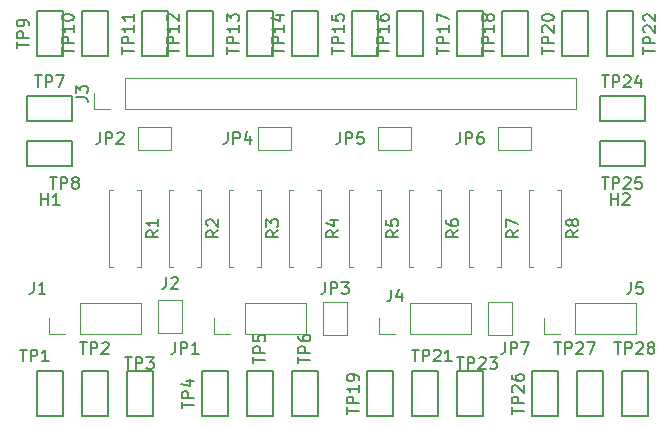
<source format=gbr>
G04 #@! TF.GenerationSoftware,KiCad,Pcbnew,(6.0.1)*
G04 #@! TF.CreationDate,2022-02-07T21:51:52+01:00*
G04 #@! TF.ProjectId,RC-LightDistribution,52432d4c-6967-4687-9444-697374726962,rev?*
G04 #@! TF.SameCoordinates,Original*
G04 #@! TF.FileFunction,Legend,Top*
G04 #@! TF.FilePolarity,Positive*
%FSLAX46Y46*%
G04 Gerber Fmt 4.6, Leading zero omitted, Abs format (unit mm)*
G04 Created by KiCad (PCBNEW (6.0.1)) date 2022-02-07 21:51:52*
%MOMM*%
%LPD*%
G01*
G04 APERTURE LIST*
%ADD10C,0.150000*%
%ADD11C,0.120000*%
G04 APERTURE END LIST*
D10*
G04 #@! TO.C,R7*
X160302380Y-94146666D02*
X159826190Y-94480000D01*
X160302380Y-94718095D02*
X159302380Y-94718095D01*
X159302380Y-94337142D01*
X159350000Y-94241904D01*
X159397619Y-94194285D01*
X159492857Y-94146666D01*
X159635714Y-94146666D01*
X159730952Y-94194285D01*
X159778571Y-94241904D01*
X159826190Y-94337142D01*
X159826190Y-94718095D01*
X159302380Y-93813333D02*
X159302380Y-93146666D01*
X160302380Y-93575238D01*
G04 #@! TO.C,TP1*
X118118095Y-104227380D02*
X118689523Y-104227380D01*
X118403809Y-105227380D02*
X118403809Y-104227380D01*
X119022857Y-105227380D02*
X119022857Y-104227380D01*
X119403809Y-104227380D01*
X119499047Y-104275000D01*
X119546666Y-104322619D01*
X119594285Y-104417857D01*
X119594285Y-104560714D01*
X119546666Y-104655952D01*
X119499047Y-104703571D01*
X119403809Y-104751190D01*
X119022857Y-104751190D01*
X120546666Y-105227380D02*
X119975238Y-105227380D01*
X120260952Y-105227380D02*
X120260952Y-104227380D01*
X120165714Y-104370238D01*
X120070476Y-104465476D01*
X119975238Y-104513095D01*
G04 #@! TO.C,JP7*
X159186666Y-103592380D02*
X159186666Y-104306666D01*
X159139047Y-104449523D01*
X159043809Y-104544761D01*
X158900952Y-104592380D01*
X158805714Y-104592380D01*
X159662857Y-104592380D02*
X159662857Y-103592380D01*
X160043809Y-103592380D01*
X160139047Y-103640000D01*
X160186666Y-103687619D01*
X160234285Y-103782857D01*
X160234285Y-103925714D01*
X160186666Y-104020952D01*
X160139047Y-104068571D01*
X160043809Y-104116190D01*
X159662857Y-104116190D01*
X160567619Y-103592380D02*
X161234285Y-103592380D01*
X160805714Y-104592380D01*
G04 #@! TO.C,TP20*
X162302380Y-79208095D02*
X162302380Y-78636666D01*
X163302380Y-78922380D02*
X162302380Y-78922380D01*
X163302380Y-78303333D02*
X162302380Y-78303333D01*
X162302380Y-77922380D01*
X162350000Y-77827142D01*
X162397619Y-77779523D01*
X162492857Y-77731904D01*
X162635714Y-77731904D01*
X162730952Y-77779523D01*
X162778571Y-77827142D01*
X162826190Y-77922380D01*
X162826190Y-78303333D01*
X162397619Y-77350952D02*
X162350000Y-77303333D01*
X162302380Y-77208095D01*
X162302380Y-76970000D01*
X162350000Y-76874761D01*
X162397619Y-76827142D01*
X162492857Y-76779523D01*
X162588095Y-76779523D01*
X162730952Y-76827142D01*
X163302380Y-77398571D01*
X163302380Y-76779523D01*
X162302380Y-76160476D02*
X162302380Y-76065238D01*
X162350000Y-75970000D01*
X162397619Y-75922380D01*
X162492857Y-75874761D01*
X162683333Y-75827142D01*
X162921428Y-75827142D01*
X163111904Y-75874761D01*
X163207142Y-75922380D01*
X163254761Y-75970000D01*
X163302380Y-76065238D01*
X163302380Y-76160476D01*
X163254761Y-76255714D01*
X163207142Y-76303333D01*
X163111904Y-76350952D01*
X162921428Y-76398571D01*
X162683333Y-76398571D01*
X162492857Y-76350952D01*
X162397619Y-76303333D01*
X162350000Y-76255714D01*
X162302380Y-76160476D01*
G04 #@! TO.C,TP18*
X157222380Y-79208095D02*
X157222380Y-78636666D01*
X158222380Y-78922380D02*
X157222380Y-78922380D01*
X158222380Y-78303333D02*
X157222380Y-78303333D01*
X157222380Y-77922380D01*
X157270000Y-77827142D01*
X157317619Y-77779523D01*
X157412857Y-77731904D01*
X157555714Y-77731904D01*
X157650952Y-77779523D01*
X157698571Y-77827142D01*
X157746190Y-77922380D01*
X157746190Y-78303333D01*
X158222380Y-76779523D02*
X158222380Y-77350952D01*
X158222380Y-77065238D02*
X157222380Y-77065238D01*
X157365238Y-77160476D01*
X157460476Y-77255714D01*
X157508095Y-77350952D01*
X157650952Y-76208095D02*
X157603333Y-76303333D01*
X157555714Y-76350952D01*
X157460476Y-76398571D01*
X157412857Y-76398571D01*
X157317619Y-76350952D01*
X157270000Y-76303333D01*
X157222380Y-76208095D01*
X157222380Y-76017619D01*
X157270000Y-75922380D01*
X157317619Y-75874761D01*
X157412857Y-75827142D01*
X157460476Y-75827142D01*
X157555714Y-75874761D01*
X157603333Y-75922380D01*
X157650952Y-76017619D01*
X157650952Y-76208095D01*
X157698571Y-76303333D01*
X157746190Y-76350952D01*
X157841428Y-76398571D01*
X158031904Y-76398571D01*
X158127142Y-76350952D01*
X158174761Y-76303333D01*
X158222380Y-76208095D01*
X158222380Y-76017619D01*
X158174761Y-75922380D01*
X158127142Y-75874761D01*
X158031904Y-75827142D01*
X157841428Y-75827142D01*
X157746190Y-75874761D01*
X157698571Y-75922380D01*
X157650952Y-76017619D01*
G04 #@! TO.C,TP2*
X123198095Y-103592380D02*
X123769523Y-103592380D01*
X123483809Y-104592380D02*
X123483809Y-103592380D01*
X124102857Y-104592380D02*
X124102857Y-103592380D01*
X124483809Y-103592380D01*
X124579047Y-103640000D01*
X124626666Y-103687619D01*
X124674285Y-103782857D01*
X124674285Y-103925714D01*
X124626666Y-104020952D01*
X124579047Y-104068571D01*
X124483809Y-104116190D01*
X124102857Y-104116190D01*
X125055238Y-103687619D02*
X125102857Y-103640000D01*
X125198095Y-103592380D01*
X125436190Y-103592380D01*
X125531428Y-103640000D01*
X125579047Y-103687619D01*
X125626666Y-103782857D01*
X125626666Y-103878095D01*
X125579047Y-104020952D01*
X125007619Y-104592380D01*
X125626666Y-104592380D01*
G04 #@! TO.C,TP19*
X145792380Y-109688095D02*
X145792380Y-109116666D01*
X146792380Y-109402380D02*
X145792380Y-109402380D01*
X146792380Y-108783333D02*
X145792380Y-108783333D01*
X145792380Y-108402380D01*
X145840000Y-108307142D01*
X145887619Y-108259523D01*
X145982857Y-108211904D01*
X146125714Y-108211904D01*
X146220952Y-108259523D01*
X146268571Y-108307142D01*
X146316190Y-108402380D01*
X146316190Y-108783333D01*
X146792380Y-107259523D02*
X146792380Y-107830952D01*
X146792380Y-107545238D02*
X145792380Y-107545238D01*
X145935238Y-107640476D01*
X146030476Y-107735714D01*
X146078095Y-107830952D01*
X146792380Y-106783333D02*
X146792380Y-106592857D01*
X146744761Y-106497619D01*
X146697142Y-106450000D01*
X146554285Y-106354761D01*
X146363809Y-106307142D01*
X145982857Y-106307142D01*
X145887619Y-106354761D01*
X145840000Y-106402380D01*
X145792380Y-106497619D01*
X145792380Y-106688095D01*
X145840000Y-106783333D01*
X145887619Y-106830952D01*
X145982857Y-106878571D01*
X146220952Y-106878571D01*
X146316190Y-106830952D01*
X146363809Y-106783333D01*
X146411428Y-106688095D01*
X146411428Y-106497619D01*
X146363809Y-106402380D01*
X146316190Y-106354761D01*
X146220952Y-106307142D01*
G04 #@! TO.C,TP27*
X163361904Y-103592380D02*
X163933333Y-103592380D01*
X163647619Y-104592380D02*
X163647619Y-103592380D01*
X164266666Y-104592380D02*
X164266666Y-103592380D01*
X164647619Y-103592380D01*
X164742857Y-103640000D01*
X164790476Y-103687619D01*
X164838095Y-103782857D01*
X164838095Y-103925714D01*
X164790476Y-104020952D01*
X164742857Y-104068571D01*
X164647619Y-104116190D01*
X164266666Y-104116190D01*
X165219047Y-103687619D02*
X165266666Y-103640000D01*
X165361904Y-103592380D01*
X165600000Y-103592380D01*
X165695238Y-103640000D01*
X165742857Y-103687619D01*
X165790476Y-103782857D01*
X165790476Y-103878095D01*
X165742857Y-104020952D01*
X165171428Y-104592380D01*
X165790476Y-104592380D01*
X166123809Y-103592380D02*
X166790476Y-103592380D01*
X166361904Y-104592380D01*
G04 #@! TO.C,TP17*
X153412380Y-79208095D02*
X153412380Y-78636666D01*
X154412380Y-78922380D02*
X153412380Y-78922380D01*
X154412380Y-78303333D02*
X153412380Y-78303333D01*
X153412380Y-77922380D01*
X153460000Y-77827142D01*
X153507619Y-77779523D01*
X153602857Y-77731904D01*
X153745714Y-77731904D01*
X153840952Y-77779523D01*
X153888571Y-77827142D01*
X153936190Y-77922380D01*
X153936190Y-78303333D01*
X154412380Y-76779523D02*
X154412380Y-77350952D01*
X154412380Y-77065238D02*
X153412380Y-77065238D01*
X153555238Y-77160476D01*
X153650476Y-77255714D01*
X153698095Y-77350952D01*
X153412380Y-76446190D02*
X153412380Y-75779523D01*
X154412380Y-76208095D01*
G04 #@! TO.C,R3*
X139982380Y-94146666D02*
X139506190Y-94480000D01*
X139982380Y-94718095D02*
X138982380Y-94718095D01*
X138982380Y-94337142D01*
X139030000Y-94241904D01*
X139077619Y-94194285D01*
X139172857Y-94146666D01*
X139315714Y-94146666D01*
X139410952Y-94194285D01*
X139458571Y-94241904D01*
X139506190Y-94337142D01*
X139506190Y-94718095D01*
X138982380Y-93813333D02*
X138982380Y-93194285D01*
X139363333Y-93527619D01*
X139363333Y-93384761D01*
X139410952Y-93289523D01*
X139458571Y-93241904D01*
X139553809Y-93194285D01*
X139791904Y-93194285D01*
X139887142Y-93241904D01*
X139934761Y-93289523D01*
X139982380Y-93384761D01*
X139982380Y-93670476D01*
X139934761Y-93765714D01*
X139887142Y-93813333D01*
G04 #@! TO.C,J1*
X119271666Y-98512380D02*
X119271666Y-99226666D01*
X119224047Y-99369523D01*
X119128809Y-99464761D01*
X118985952Y-99512380D01*
X118890714Y-99512380D01*
X120271666Y-99512380D02*
X119700238Y-99512380D01*
X119985952Y-99512380D02*
X119985952Y-98512380D01*
X119890714Y-98655238D01*
X119795476Y-98750476D01*
X119700238Y-98798095D01*
G04 #@! TO.C,JP5*
X145216666Y-85812380D02*
X145216666Y-86526666D01*
X145169047Y-86669523D01*
X145073809Y-86764761D01*
X144930952Y-86812380D01*
X144835714Y-86812380D01*
X145692857Y-86812380D02*
X145692857Y-85812380D01*
X146073809Y-85812380D01*
X146169047Y-85860000D01*
X146216666Y-85907619D01*
X146264285Y-86002857D01*
X146264285Y-86145714D01*
X146216666Y-86240952D01*
X146169047Y-86288571D01*
X146073809Y-86336190D01*
X145692857Y-86336190D01*
X147169047Y-85812380D02*
X146692857Y-85812380D01*
X146645238Y-86288571D01*
X146692857Y-86240952D01*
X146788095Y-86193333D01*
X147026190Y-86193333D01*
X147121428Y-86240952D01*
X147169047Y-86288571D01*
X147216666Y-86383809D01*
X147216666Y-86621904D01*
X147169047Y-86717142D01*
X147121428Y-86764761D01*
X147026190Y-86812380D01*
X146788095Y-86812380D01*
X146692857Y-86764761D01*
X146645238Y-86717142D01*
G04 #@! TO.C,TP26*
X159762380Y-109688095D02*
X159762380Y-109116666D01*
X160762380Y-109402380D02*
X159762380Y-109402380D01*
X160762380Y-108783333D02*
X159762380Y-108783333D01*
X159762380Y-108402380D01*
X159810000Y-108307142D01*
X159857619Y-108259523D01*
X159952857Y-108211904D01*
X160095714Y-108211904D01*
X160190952Y-108259523D01*
X160238571Y-108307142D01*
X160286190Y-108402380D01*
X160286190Y-108783333D01*
X159857619Y-107830952D02*
X159810000Y-107783333D01*
X159762380Y-107688095D01*
X159762380Y-107450000D01*
X159810000Y-107354761D01*
X159857619Y-107307142D01*
X159952857Y-107259523D01*
X160048095Y-107259523D01*
X160190952Y-107307142D01*
X160762380Y-107878571D01*
X160762380Y-107259523D01*
X159762380Y-106402380D02*
X159762380Y-106592857D01*
X159810000Y-106688095D01*
X159857619Y-106735714D01*
X160000476Y-106830952D01*
X160190952Y-106878571D01*
X160571904Y-106878571D01*
X160667142Y-106830952D01*
X160714761Y-106783333D01*
X160762380Y-106688095D01*
X160762380Y-106497619D01*
X160714761Y-106402380D01*
X160667142Y-106354761D01*
X160571904Y-106307142D01*
X160333809Y-106307142D01*
X160238571Y-106354761D01*
X160190952Y-106402380D01*
X160143333Y-106497619D01*
X160143333Y-106688095D01*
X160190952Y-106783333D01*
X160238571Y-106830952D01*
X160333809Y-106878571D01*
G04 #@! TO.C,TP12*
X130552380Y-79208095D02*
X130552380Y-78636666D01*
X131552380Y-78922380D02*
X130552380Y-78922380D01*
X131552380Y-78303333D02*
X130552380Y-78303333D01*
X130552380Y-77922380D01*
X130600000Y-77827142D01*
X130647619Y-77779523D01*
X130742857Y-77731904D01*
X130885714Y-77731904D01*
X130980952Y-77779523D01*
X131028571Y-77827142D01*
X131076190Y-77922380D01*
X131076190Y-78303333D01*
X131552380Y-76779523D02*
X131552380Y-77350952D01*
X131552380Y-77065238D02*
X130552380Y-77065238D01*
X130695238Y-77160476D01*
X130790476Y-77255714D01*
X130838095Y-77350952D01*
X130647619Y-76398571D02*
X130600000Y-76350952D01*
X130552380Y-76255714D01*
X130552380Y-76017619D01*
X130600000Y-75922380D01*
X130647619Y-75874761D01*
X130742857Y-75827142D01*
X130838095Y-75827142D01*
X130980952Y-75874761D01*
X131552380Y-76446190D01*
X131552380Y-75827142D01*
G04 #@! TO.C,JP3*
X143946666Y-98512380D02*
X143946666Y-99226666D01*
X143899047Y-99369523D01*
X143803809Y-99464761D01*
X143660952Y-99512380D01*
X143565714Y-99512380D01*
X144422857Y-99512380D02*
X144422857Y-98512380D01*
X144803809Y-98512380D01*
X144899047Y-98560000D01*
X144946666Y-98607619D01*
X144994285Y-98702857D01*
X144994285Y-98845714D01*
X144946666Y-98940952D01*
X144899047Y-98988571D01*
X144803809Y-99036190D01*
X144422857Y-99036190D01*
X145327619Y-98512380D02*
X145946666Y-98512380D01*
X145613333Y-98893333D01*
X145756190Y-98893333D01*
X145851428Y-98940952D01*
X145899047Y-98988571D01*
X145946666Y-99083809D01*
X145946666Y-99321904D01*
X145899047Y-99417142D01*
X145851428Y-99464761D01*
X145756190Y-99512380D01*
X145470476Y-99512380D01*
X145375238Y-99464761D01*
X145327619Y-99417142D01*
G04 #@! TO.C,JP4*
X135706666Y-85812380D02*
X135706666Y-86526666D01*
X135659047Y-86669523D01*
X135563809Y-86764761D01*
X135420952Y-86812380D01*
X135325714Y-86812380D01*
X136182857Y-86812380D02*
X136182857Y-85812380D01*
X136563809Y-85812380D01*
X136659047Y-85860000D01*
X136706666Y-85907619D01*
X136754285Y-86002857D01*
X136754285Y-86145714D01*
X136706666Y-86240952D01*
X136659047Y-86288571D01*
X136563809Y-86336190D01*
X136182857Y-86336190D01*
X137611428Y-86145714D02*
X137611428Y-86812380D01*
X137373333Y-85764761D02*
X137135238Y-86479047D01*
X137754285Y-86479047D01*
G04 #@! TO.C,JP1*
X131246666Y-103592380D02*
X131246666Y-104306666D01*
X131199047Y-104449523D01*
X131103809Y-104544761D01*
X130960952Y-104592380D01*
X130865714Y-104592380D01*
X131722857Y-104592380D02*
X131722857Y-103592380D01*
X132103809Y-103592380D01*
X132199047Y-103640000D01*
X132246666Y-103687619D01*
X132294285Y-103782857D01*
X132294285Y-103925714D01*
X132246666Y-104020952D01*
X132199047Y-104068571D01*
X132103809Y-104116190D01*
X131722857Y-104116190D01*
X133246666Y-104592380D02*
X132675238Y-104592380D01*
X132960952Y-104592380D02*
X132960952Y-103592380D01*
X132865714Y-103735238D01*
X132770476Y-103830476D01*
X132675238Y-103878095D01*
G04 #@! TO.C,TP25*
X167381904Y-89622380D02*
X167953333Y-89622380D01*
X167667619Y-90622380D02*
X167667619Y-89622380D01*
X168286666Y-90622380D02*
X168286666Y-89622380D01*
X168667619Y-89622380D01*
X168762857Y-89670000D01*
X168810476Y-89717619D01*
X168858095Y-89812857D01*
X168858095Y-89955714D01*
X168810476Y-90050952D01*
X168762857Y-90098571D01*
X168667619Y-90146190D01*
X168286666Y-90146190D01*
X169239047Y-89717619D02*
X169286666Y-89670000D01*
X169381904Y-89622380D01*
X169620000Y-89622380D01*
X169715238Y-89670000D01*
X169762857Y-89717619D01*
X169810476Y-89812857D01*
X169810476Y-89908095D01*
X169762857Y-90050952D01*
X169191428Y-90622380D01*
X169810476Y-90622380D01*
X170715238Y-89622380D02*
X170239047Y-89622380D01*
X170191428Y-90098571D01*
X170239047Y-90050952D01*
X170334285Y-90003333D01*
X170572380Y-90003333D01*
X170667619Y-90050952D01*
X170715238Y-90098571D01*
X170762857Y-90193809D01*
X170762857Y-90431904D01*
X170715238Y-90527142D01*
X170667619Y-90574761D01*
X170572380Y-90622380D01*
X170334285Y-90622380D01*
X170239047Y-90574761D01*
X170191428Y-90527142D01*
G04 #@! TO.C,R1*
X129822380Y-94146666D02*
X129346190Y-94480000D01*
X129822380Y-94718095D02*
X128822380Y-94718095D01*
X128822380Y-94337142D01*
X128870000Y-94241904D01*
X128917619Y-94194285D01*
X129012857Y-94146666D01*
X129155714Y-94146666D01*
X129250952Y-94194285D01*
X129298571Y-94241904D01*
X129346190Y-94337142D01*
X129346190Y-94718095D01*
X129822380Y-93194285D02*
X129822380Y-93765714D01*
X129822380Y-93480000D02*
X128822380Y-93480000D01*
X128965238Y-93575238D01*
X129060476Y-93670476D01*
X129108095Y-93765714D01*
G04 #@! TO.C,TP21*
X151296904Y-104227380D02*
X151868333Y-104227380D01*
X151582619Y-105227380D02*
X151582619Y-104227380D01*
X152201666Y-105227380D02*
X152201666Y-104227380D01*
X152582619Y-104227380D01*
X152677857Y-104275000D01*
X152725476Y-104322619D01*
X152773095Y-104417857D01*
X152773095Y-104560714D01*
X152725476Y-104655952D01*
X152677857Y-104703571D01*
X152582619Y-104751190D01*
X152201666Y-104751190D01*
X153154047Y-104322619D02*
X153201666Y-104275000D01*
X153296904Y-104227380D01*
X153535000Y-104227380D01*
X153630238Y-104275000D01*
X153677857Y-104322619D01*
X153725476Y-104417857D01*
X153725476Y-104513095D01*
X153677857Y-104655952D01*
X153106428Y-105227380D01*
X153725476Y-105227380D01*
X154677857Y-105227380D02*
X154106428Y-105227380D01*
X154392142Y-105227380D02*
X154392142Y-104227380D01*
X154296904Y-104370238D01*
X154201666Y-104465476D01*
X154106428Y-104513095D01*
G04 #@! TO.C,TP7*
X119388095Y-81022380D02*
X119959523Y-81022380D01*
X119673809Y-82022380D02*
X119673809Y-81022380D01*
X120292857Y-82022380D02*
X120292857Y-81022380D01*
X120673809Y-81022380D01*
X120769047Y-81070000D01*
X120816666Y-81117619D01*
X120864285Y-81212857D01*
X120864285Y-81355714D01*
X120816666Y-81450952D01*
X120769047Y-81498571D01*
X120673809Y-81546190D01*
X120292857Y-81546190D01*
X121197619Y-81022380D02*
X121864285Y-81022380D01*
X121435714Y-82022380D01*
G04 #@! TO.C,TP11*
X126742380Y-79208095D02*
X126742380Y-78636666D01*
X127742380Y-78922380D02*
X126742380Y-78922380D01*
X127742380Y-78303333D02*
X126742380Y-78303333D01*
X126742380Y-77922380D01*
X126790000Y-77827142D01*
X126837619Y-77779523D01*
X126932857Y-77731904D01*
X127075714Y-77731904D01*
X127170952Y-77779523D01*
X127218571Y-77827142D01*
X127266190Y-77922380D01*
X127266190Y-78303333D01*
X127742380Y-76779523D02*
X127742380Y-77350952D01*
X127742380Y-77065238D02*
X126742380Y-77065238D01*
X126885238Y-77160476D01*
X126980476Y-77255714D01*
X127028095Y-77350952D01*
X127742380Y-75827142D02*
X127742380Y-76398571D01*
X127742380Y-76112857D02*
X126742380Y-76112857D01*
X126885238Y-76208095D01*
X126980476Y-76303333D01*
X127028095Y-76398571D01*
G04 #@! TO.C,TP4*
X131822380Y-109211904D02*
X131822380Y-108640476D01*
X132822380Y-108926190D02*
X131822380Y-108926190D01*
X132822380Y-108307142D02*
X131822380Y-108307142D01*
X131822380Y-107926190D01*
X131870000Y-107830952D01*
X131917619Y-107783333D01*
X132012857Y-107735714D01*
X132155714Y-107735714D01*
X132250952Y-107783333D01*
X132298571Y-107830952D01*
X132346190Y-107926190D01*
X132346190Y-108307142D01*
X132155714Y-106878571D02*
X132822380Y-106878571D01*
X131774761Y-107116666D02*
X132489047Y-107354761D01*
X132489047Y-106735714D01*
G04 #@! TO.C,TP24*
X167381904Y-81022380D02*
X167953333Y-81022380D01*
X167667619Y-82022380D02*
X167667619Y-81022380D01*
X168286666Y-82022380D02*
X168286666Y-81022380D01*
X168667619Y-81022380D01*
X168762857Y-81070000D01*
X168810476Y-81117619D01*
X168858095Y-81212857D01*
X168858095Y-81355714D01*
X168810476Y-81450952D01*
X168762857Y-81498571D01*
X168667619Y-81546190D01*
X168286666Y-81546190D01*
X169239047Y-81117619D02*
X169286666Y-81070000D01*
X169381904Y-81022380D01*
X169620000Y-81022380D01*
X169715238Y-81070000D01*
X169762857Y-81117619D01*
X169810476Y-81212857D01*
X169810476Y-81308095D01*
X169762857Y-81450952D01*
X169191428Y-82022380D01*
X169810476Y-82022380D01*
X170667619Y-81355714D02*
X170667619Y-82022380D01*
X170429523Y-80974761D02*
X170191428Y-81689047D01*
X170810476Y-81689047D01*
G04 #@! TO.C,J4*
X149526666Y-99147380D02*
X149526666Y-99861666D01*
X149479047Y-100004523D01*
X149383809Y-100099761D01*
X149240952Y-100147380D01*
X149145714Y-100147380D01*
X150431428Y-99480714D02*
X150431428Y-100147380D01*
X150193333Y-99099761D02*
X149955238Y-99814047D01*
X150574285Y-99814047D01*
G04 #@! TO.C,JP2*
X124896666Y-85812380D02*
X124896666Y-86526666D01*
X124849047Y-86669523D01*
X124753809Y-86764761D01*
X124610952Y-86812380D01*
X124515714Y-86812380D01*
X125372857Y-86812380D02*
X125372857Y-85812380D01*
X125753809Y-85812380D01*
X125849047Y-85860000D01*
X125896666Y-85907619D01*
X125944285Y-86002857D01*
X125944285Y-86145714D01*
X125896666Y-86240952D01*
X125849047Y-86288571D01*
X125753809Y-86336190D01*
X125372857Y-86336190D01*
X126325238Y-85907619D02*
X126372857Y-85860000D01*
X126468095Y-85812380D01*
X126706190Y-85812380D01*
X126801428Y-85860000D01*
X126849047Y-85907619D01*
X126896666Y-86002857D01*
X126896666Y-86098095D01*
X126849047Y-86240952D01*
X126277619Y-86812380D01*
X126896666Y-86812380D01*
G04 #@! TO.C,TP16*
X148332380Y-79208095D02*
X148332380Y-78636666D01*
X149332380Y-78922380D02*
X148332380Y-78922380D01*
X149332380Y-78303333D02*
X148332380Y-78303333D01*
X148332380Y-77922380D01*
X148380000Y-77827142D01*
X148427619Y-77779523D01*
X148522857Y-77731904D01*
X148665714Y-77731904D01*
X148760952Y-77779523D01*
X148808571Y-77827142D01*
X148856190Y-77922380D01*
X148856190Y-78303333D01*
X149332380Y-76779523D02*
X149332380Y-77350952D01*
X149332380Y-77065238D02*
X148332380Y-77065238D01*
X148475238Y-77160476D01*
X148570476Y-77255714D01*
X148618095Y-77350952D01*
X148332380Y-75922380D02*
X148332380Y-76112857D01*
X148380000Y-76208095D01*
X148427619Y-76255714D01*
X148570476Y-76350952D01*
X148760952Y-76398571D01*
X149141904Y-76398571D01*
X149237142Y-76350952D01*
X149284761Y-76303333D01*
X149332380Y-76208095D01*
X149332380Y-76017619D01*
X149284761Y-75922380D01*
X149237142Y-75874761D01*
X149141904Y-75827142D01*
X148903809Y-75827142D01*
X148808571Y-75874761D01*
X148760952Y-75922380D01*
X148713333Y-76017619D01*
X148713333Y-76208095D01*
X148760952Y-76303333D01*
X148808571Y-76350952D01*
X148903809Y-76398571D01*
G04 #@! TO.C,H1*
X119888095Y-92002380D02*
X119888095Y-91002380D01*
X119888095Y-91478571D02*
X120459523Y-91478571D01*
X120459523Y-92002380D02*
X120459523Y-91002380D01*
X121459523Y-92002380D02*
X120888095Y-92002380D01*
X121173809Y-92002380D02*
X121173809Y-91002380D01*
X121078571Y-91145238D01*
X120983333Y-91240476D01*
X120888095Y-91288095D01*
G04 #@! TO.C,TP22*
X170902380Y-79208095D02*
X170902380Y-78636666D01*
X171902380Y-78922380D02*
X170902380Y-78922380D01*
X171902380Y-78303333D02*
X170902380Y-78303333D01*
X170902380Y-77922380D01*
X170950000Y-77827142D01*
X170997619Y-77779523D01*
X171092857Y-77731904D01*
X171235714Y-77731904D01*
X171330952Y-77779523D01*
X171378571Y-77827142D01*
X171426190Y-77922380D01*
X171426190Y-78303333D01*
X170997619Y-77350952D02*
X170950000Y-77303333D01*
X170902380Y-77208095D01*
X170902380Y-76970000D01*
X170950000Y-76874761D01*
X170997619Y-76827142D01*
X171092857Y-76779523D01*
X171188095Y-76779523D01*
X171330952Y-76827142D01*
X171902380Y-77398571D01*
X171902380Y-76779523D01*
X170997619Y-76398571D02*
X170950000Y-76350952D01*
X170902380Y-76255714D01*
X170902380Y-76017619D01*
X170950000Y-75922380D01*
X170997619Y-75874761D01*
X171092857Y-75827142D01*
X171188095Y-75827142D01*
X171330952Y-75874761D01*
X171902380Y-76446190D01*
X171902380Y-75827142D01*
G04 #@! TO.C,TP13*
X135632380Y-79208095D02*
X135632380Y-78636666D01*
X136632380Y-78922380D02*
X135632380Y-78922380D01*
X136632380Y-78303333D02*
X135632380Y-78303333D01*
X135632380Y-77922380D01*
X135680000Y-77827142D01*
X135727619Y-77779523D01*
X135822857Y-77731904D01*
X135965714Y-77731904D01*
X136060952Y-77779523D01*
X136108571Y-77827142D01*
X136156190Y-77922380D01*
X136156190Y-78303333D01*
X136632380Y-76779523D02*
X136632380Y-77350952D01*
X136632380Y-77065238D02*
X135632380Y-77065238D01*
X135775238Y-77160476D01*
X135870476Y-77255714D01*
X135918095Y-77350952D01*
X135632380Y-76446190D02*
X135632380Y-75827142D01*
X136013333Y-76160476D01*
X136013333Y-76017619D01*
X136060952Y-75922380D01*
X136108571Y-75874761D01*
X136203809Y-75827142D01*
X136441904Y-75827142D01*
X136537142Y-75874761D01*
X136584761Y-75922380D01*
X136632380Y-76017619D01*
X136632380Y-76303333D01*
X136584761Y-76398571D01*
X136537142Y-76446190D01*
G04 #@! TO.C,TP8*
X120658095Y-89622380D02*
X121229523Y-89622380D01*
X120943809Y-90622380D02*
X120943809Y-89622380D01*
X121562857Y-90622380D02*
X121562857Y-89622380D01*
X121943809Y-89622380D01*
X122039047Y-89670000D01*
X122086666Y-89717619D01*
X122134285Y-89812857D01*
X122134285Y-89955714D01*
X122086666Y-90050952D01*
X122039047Y-90098571D01*
X121943809Y-90146190D01*
X121562857Y-90146190D01*
X122705714Y-90050952D02*
X122610476Y-90003333D01*
X122562857Y-89955714D01*
X122515238Y-89860476D01*
X122515238Y-89812857D01*
X122562857Y-89717619D01*
X122610476Y-89670000D01*
X122705714Y-89622380D01*
X122896190Y-89622380D01*
X122991428Y-89670000D01*
X123039047Y-89717619D01*
X123086666Y-89812857D01*
X123086666Y-89860476D01*
X123039047Y-89955714D01*
X122991428Y-90003333D01*
X122896190Y-90050952D01*
X122705714Y-90050952D01*
X122610476Y-90098571D01*
X122562857Y-90146190D01*
X122515238Y-90241428D01*
X122515238Y-90431904D01*
X122562857Y-90527142D01*
X122610476Y-90574761D01*
X122705714Y-90622380D01*
X122896190Y-90622380D01*
X122991428Y-90574761D01*
X123039047Y-90527142D01*
X123086666Y-90431904D01*
X123086666Y-90241428D01*
X123039047Y-90146190D01*
X122991428Y-90098571D01*
X122896190Y-90050952D01*
G04 #@! TO.C,R2*
X134902380Y-94146666D02*
X134426190Y-94480000D01*
X134902380Y-94718095D02*
X133902380Y-94718095D01*
X133902380Y-94337142D01*
X133950000Y-94241904D01*
X133997619Y-94194285D01*
X134092857Y-94146666D01*
X134235714Y-94146666D01*
X134330952Y-94194285D01*
X134378571Y-94241904D01*
X134426190Y-94337142D01*
X134426190Y-94718095D01*
X133997619Y-93765714D02*
X133950000Y-93718095D01*
X133902380Y-93622857D01*
X133902380Y-93384761D01*
X133950000Y-93289523D01*
X133997619Y-93241904D01*
X134092857Y-93194285D01*
X134188095Y-93194285D01*
X134330952Y-93241904D01*
X134902380Y-93813333D01*
X134902380Y-93194285D01*
G04 #@! TO.C,J2*
X130476666Y-98092380D02*
X130476666Y-98806666D01*
X130429047Y-98949523D01*
X130333809Y-99044761D01*
X130190952Y-99092380D01*
X130095714Y-99092380D01*
X130905238Y-98187619D02*
X130952857Y-98140000D01*
X131048095Y-98092380D01*
X131286190Y-98092380D01*
X131381428Y-98140000D01*
X131429047Y-98187619D01*
X131476666Y-98282857D01*
X131476666Y-98378095D01*
X131429047Y-98520952D01*
X130857619Y-99092380D01*
X131476666Y-99092380D01*
G04 #@! TO.C,R8*
X165382380Y-94146666D02*
X164906190Y-94480000D01*
X165382380Y-94718095D02*
X164382380Y-94718095D01*
X164382380Y-94337142D01*
X164430000Y-94241904D01*
X164477619Y-94194285D01*
X164572857Y-94146666D01*
X164715714Y-94146666D01*
X164810952Y-94194285D01*
X164858571Y-94241904D01*
X164906190Y-94337142D01*
X164906190Y-94718095D01*
X164810952Y-93575238D02*
X164763333Y-93670476D01*
X164715714Y-93718095D01*
X164620476Y-93765714D01*
X164572857Y-93765714D01*
X164477619Y-93718095D01*
X164430000Y-93670476D01*
X164382380Y-93575238D01*
X164382380Y-93384761D01*
X164430000Y-93289523D01*
X164477619Y-93241904D01*
X164572857Y-93194285D01*
X164620476Y-93194285D01*
X164715714Y-93241904D01*
X164763333Y-93289523D01*
X164810952Y-93384761D01*
X164810952Y-93575238D01*
X164858571Y-93670476D01*
X164906190Y-93718095D01*
X165001428Y-93765714D01*
X165191904Y-93765714D01*
X165287142Y-93718095D01*
X165334761Y-93670476D01*
X165382380Y-93575238D01*
X165382380Y-93384761D01*
X165334761Y-93289523D01*
X165287142Y-93241904D01*
X165191904Y-93194285D01*
X165001428Y-93194285D01*
X164906190Y-93241904D01*
X164858571Y-93289523D01*
X164810952Y-93384761D01*
G04 #@! TO.C,J3*
X122852380Y-82883333D02*
X123566666Y-82883333D01*
X123709523Y-82930952D01*
X123804761Y-83026190D01*
X123852380Y-83169047D01*
X123852380Y-83264285D01*
X122852380Y-82502380D02*
X122852380Y-81883333D01*
X123233333Y-82216666D01*
X123233333Y-82073809D01*
X123280952Y-81978571D01*
X123328571Y-81930952D01*
X123423809Y-81883333D01*
X123661904Y-81883333D01*
X123757142Y-81930952D01*
X123804761Y-81978571D01*
X123852380Y-82073809D01*
X123852380Y-82359523D01*
X123804761Y-82454761D01*
X123757142Y-82502380D01*
G04 #@! TO.C,R4*
X145062380Y-94146666D02*
X144586190Y-94480000D01*
X145062380Y-94718095D02*
X144062380Y-94718095D01*
X144062380Y-94337142D01*
X144110000Y-94241904D01*
X144157619Y-94194285D01*
X144252857Y-94146666D01*
X144395714Y-94146666D01*
X144490952Y-94194285D01*
X144538571Y-94241904D01*
X144586190Y-94337142D01*
X144586190Y-94718095D01*
X144395714Y-93289523D02*
X145062380Y-93289523D01*
X144014761Y-93527619D02*
X144729047Y-93765714D01*
X144729047Y-93146666D01*
G04 #@! TO.C,JP6*
X155376666Y-85812380D02*
X155376666Y-86526666D01*
X155329047Y-86669523D01*
X155233809Y-86764761D01*
X155090952Y-86812380D01*
X154995714Y-86812380D01*
X155852857Y-86812380D02*
X155852857Y-85812380D01*
X156233809Y-85812380D01*
X156329047Y-85860000D01*
X156376666Y-85907619D01*
X156424285Y-86002857D01*
X156424285Y-86145714D01*
X156376666Y-86240952D01*
X156329047Y-86288571D01*
X156233809Y-86336190D01*
X155852857Y-86336190D01*
X157281428Y-85812380D02*
X157090952Y-85812380D01*
X156995714Y-85860000D01*
X156948095Y-85907619D01*
X156852857Y-86050476D01*
X156805238Y-86240952D01*
X156805238Y-86621904D01*
X156852857Y-86717142D01*
X156900476Y-86764761D01*
X156995714Y-86812380D01*
X157186190Y-86812380D01*
X157281428Y-86764761D01*
X157329047Y-86717142D01*
X157376666Y-86621904D01*
X157376666Y-86383809D01*
X157329047Y-86288571D01*
X157281428Y-86240952D01*
X157186190Y-86193333D01*
X156995714Y-86193333D01*
X156900476Y-86240952D01*
X156852857Y-86288571D01*
X156805238Y-86383809D01*
G04 #@! TO.C,R5*
X150142380Y-94146666D02*
X149666190Y-94480000D01*
X150142380Y-94718095D02*
X149142380Y-94718095D01*
X149142380Y-94337142D01*
X149190000Y-94241904D01*
X149237619Y-94194285D01*
X149332857Y-94146666D01*
X149475714Y-94146666D01*
X149570952Y-94194285D01*
X149618571Y-94241904D01*
X149666190Y-94337142D01*
X149666190Y-94718095D01*
X149142380Y-93241904D02*
X149142380Y-93718095D01*
X149618571Y-93765714D01*
X149570952Y-93718095D01*
X149523333Y-93622857D01*
X149523333Y-93384761D01*
X149570952Y-93289523D01*
X149618571Y-93241904D01*
X149713809Y-93194285D01*
X149951904Y-93194285D01*
X150047142Y-93241904D01*
X150094761Y-93289523D01*
X150142380Y-93384761D01*
X150142380Y-93622857D01*
X150094761Y-93718095D01*
X150047142Y-93765714D01*
G04 #@! TO.C,TP15*
X144522380Y-79208095D02*
X144522380Y-78636666D01*
X145522380Y-78922380D02*
X144522380Y-78922380D01*
X145522380Y-78303333D02*
X144522380Y-78303333D01*
X144522380Y-77922380D01*
X144570000Y-77827142D01*
X144617619Y-77779523D01*
X144712857Y-77731904D01*
X144855714Y-77731904D01*
X144950952Y-77779523D01*
X144998571Y-77827142D01*
X145046190Y-77922380D01*
X145046190Y-78303333D01*
X145522380Y-76779523D02*
X145522380Y-77350952D01*
X145522380Y-77065238D02*
X144522380Y-77065238D01*
X144665238Y-77160476D01*
X144760476Y-77255714D01*
X144808095Y-77350952D01*
X144522380Y-75874761D02*
X144522380Y-76350952D01*
X144998571Y-76398571D01*
X144950952Y-76350952D01*
X144903333Y-76255714D01*
X144903333Y-76017619D01*
X144950952Y-75922380D01*
X144998571Y-75874761D01*
X145093809Y-75827142D01*
X145331904Y-75827142D01*
X145427142Y-75874761D01*
X145474761Y-75922380D01*
X145522380Y-76017619D01*
X145522380Y-76255714D01*
X145474761Y-76350952D01*
X145427142Y-76398571D01*
G04 #@! TO.C,TP14*
X139442380Y-79208095D02*
X139442380Y-78636666D01*
X140442380Y-78922380D02*
X139442380Y-78922380D01*
X140442380Y-78303333D02*
X139442380Y-78303333D01*
X139442380Y-77922380D01*
X139490000Y-77827142D01*
X139537619Y-77779523D01*
X139632857Y-77731904D01*
X139775714Y-77731904D01*
X139870952Y-77779523D01*
X139918571Y-77827142D01*
X139966190Y-77922380D01*
X139966190Y-78303333D01*
X140442380Y-76779523D02*
X140442380Y-77350952D01*
X140442380Y-77065238D02*
X139442380Y-77065238D01*
X139585238Y-77160476D01*
X139680476Y-77255714D01*
X139728095Y-77350952D01*
X139775714Y-75922380D02*
X140442380Y-75922380D01*
X139394761Y-76160476D02*
X140109047Y-76398571D01*
X140109047Y-75779523D01*
G04 #@! TO.C,J5*
X169846666Y-98512380D02*
X169846666Y-99226666D01*
X169799047Y-99369523D01*
X169703809Y-99464761D01*
X169560952Y-99512380D01*
X169465714Y-99512380D01*
X170799047Y-98512380D02*
X170322857Y-98512380D01*
X170275238Y-98988571D01*
X170322857Y-98940952D01*
X170418095Y-98893333D01*
X170656190Y-98893333D01*
X170751428Y-98940952D01*
X170799047Y-98988571D01*
X170846666Y-99083809D01*
X170846666Y-99321904D01*
X170799047Y-99417142D01*
X170751428Y-99464761D01*
X170656190Y-99512380D01*
X170418095Y-99512380D01*
X170322857Y-99464761D01*
X170275238Y-99417142D01*
G04 #@! TO.C,TP28*
X168441904Y-103592380D02*
X169013333Y-103592380D01*
X168727619Y-104592380D02*
X168727619Y-103592380D01*
X169346666Y-104592380D02*
X169346666Y-103592380D01*
X169727619Y-103592380D01*
X169822857Y-103640000D01*
X169870476Y-103687619D01*
X169918095Y-103782857D01*
X169918095Y-103925714D01*
X169870476Y-104020952D01*
X169822857Y-104068571D01*
X169727619Y-104116190D01*
X169346666Y-104116190D01*
X170299047Y-103687619D02*
X170346666Y-103640000D01*
X170441904Y-103592380D01*
X170680000Y-103592380D01*
X170775238Y-103640000D01*
X170822857Y-103687619D01*
X170870476Y-103782857D01*
X170870476Y-103878095D01*
X170822857Y-104020952D01*
X170251428Y-104592380D01*
X170870476Y-104592380D01*
X171441904Y-104020952D02*
X171346666Y-103973333D01*
X171299047Y-103925714D01*
X171251428Y-103830476D01*
X171251428Y-103782857D01*
X171299047Y-103687619D01*
X171346666Y-103640000D01*
X171441904Y-103592380D01*
X171632380Y-103592380D01*
X171727619Y-103640000D01*
X171775238Y-103687619D01*
X171822857Y-103782857D01*
X171822857Y-103830476D01*
X171775238Y-103925714D01*
X171727619Y-103973333D01*
X171632380Y-104020952D01*
X171441904Y-104020952D01*
X171346666Y-104068571D01*
X171299047Y-104116190D01*
X171251428Y-104211428D01*
X171251428Y-104401904D01*
X171299047Y-104497142D01*
X171346666Y-104544761D01*
X171441904Y-104592380D01*
X171632380Y-104592380D01*
X171727619Y-104544761D01*
X171775238Y-104497142D01*
X171822857Y-104401904D01*
X171822857Y-104211428D01*
X171775238Y-104116190D01*
X171727619Y-104068571D01*
X171632380Y-104020952D01*
G04 #@! TO.C,R6*
X155222380Y-94146666D02*
X154746190Y-94480000D01*
X155222380Y-94718095D02*
X154222380Y-94718095D01*
X154222380Y-94337142D01*
X154270000Y-94241904D01*
X154317619Y-94194285D01*
X154412857Y-94146666D01*
X154555714Y-94146666D01*
X154650952Y-94194285D01*
X154698571Y-94241904D01*
X154746190Y-94337142D01*
X154746190Y-94718095D01*
X154222380Y-93289523D02*
X154222380Y-93480000D01*
X154270000Y-93575238D01*
X154317619Y-93622857D01*
X154460476Y-93718095D01*
X154650952Y-93765714D01*
X155031904Y-93765714D01*
X155127142Y-93718095D01*
X155174761Y-93670476D01*
X155222380Y-93575238D01*
X155222380Y-93384761D01*
X155174761Y-93289523D01*
X155127142Y-93241904D01*
X155031904Y-93194285D01*
X154793809Y-93194285D01*
X154698571Y-93241904D01*
X154650952Y-93289523D01*
X154603333Y-93384761D01*
X154603333Y-93575238D01*
X154650952Y-93670476D01*
X154698571Y-93718095D01*
X154793809Y-93765714D01*
G04 #@! TO.C,TP9*
X117852380Y-78731904D02*
X117852380Y-78160476D01*
X118852380Y-78446190D02*
X117852380Y-78446190D01*
X118852380Y-77827142D02*
X117852380Y-77827142D01*
X117852380Y-77446190D01*
X117900000Y-77350952D01*
X117947619Y-77303333D01*
X118042857Y-77255714D01*
X118185714Y-77255714D01*
X118280952Y-77303333D01*
X118328571Y-77350952D01*
X118376190Y-77446190D01*
X118376190Y-77827142D01*
X118852380Y-76779523D02*
X118852380Y-76589047D01*
X118804761Y-76493809D01*
X118757142Y-76446190D01*
X118614285Y-76350952D01*
X118423809Y-76303333D01*
X118042857Y-76303333D01*
X117947619Y-76350952D01*
X117900000Y-76398571D01*
X117852380Y-76493809D01*
X117852380Y-76684285D01*
X117900000Y-76779523D01*
X117947619Y-76827142D01*
X118042857Y-76874761D01*
X118280952Y-76874761D01*
X118376190Y-76827142D01*
X118423809Y-76779523D01*
X118471428Y-76684285D01*
X118471428Y-76493809D01*
X118423809Y-76398571D01*
X118376190Y-76350952D01*
X118280952Y-76303333D01*
G04 #@! TO.C,TP5*
X137882380Y-105401904D02*
X137882380Y-104830476D01*
X138882380Y-105116190D02*
X137882380Y-105116190D01*
X138882380Y-104497142D02*
X137882380Y-104497142D01*
X137882380Y-104116190D01*
X137930000Y-104020952D01*
X137977619Y-103973333D01*
X138072857Y-103925714D01*
X138215714Y-103925714D01*
X138310952Y-103973333D01*
X138358571Y-104020952D01*
X138406190Y-104116190D01*
X138406190Y-104497142D01*
X137882380Y-103020952D02*
X137882380Y-103497142D01*
X138358571Y-103544761D01*
X138310952Y-103497142D01*
X138263333Y-103401904D01*
X138263333Y-103163809D01*
X138310952Y-103068571D01*
X138358571Y-103020952D01*
X138453809Y-102973333D01*
X138691904Y-102973333D01*
X138787142Y-103020952D01*
X138834761Y-103068571D01*
X138882380Y-103163809D01*
X138882380Y-103401904D01*
X138834761Y-103497142D01*
X138787142Y-103544761D01*
G04 #@! TO.C,H2*
X168148095Y-92002380D02*
X168148095Y-91002380D01*
X168148095Y-91478571D02*
X168719523Y-91478571D01*
X168719523Y-92002380D02*
X168719523Y-91002380D01*
X169148095Y-91097619D02*
X169195714Y-91050000D01*
X169290952Y-91002380D01*
X169529047Y-91002380D01*
X169624285Y-91050000D01*
X169671904Y-91097619D01*
X169719523Y-91192857D01*
X169719523Y-91288095D01*
X169671904Y-91430952D01*
X169100476Y-92002380D01*
X169719523Y-92002380D01*
G04 #@! TO.C,TP3*
X127008095Y-104862380D02*
X127579523Y-104862380D01*
X127293809Y-105862380D02*
X127293809Y-104862380D01*
X127912857Y-105862380D02*
X127912857Y-104862380D01*
X128293809Y-104862380D01*
X128389047Y-104910000D01*
X128436666Y-104957619D01*
X128484285Y-105052857D01*
X128484285Y-105195714D01*
X128436666Y-105290952D01*
X128389047Y-105338571D01*
X128293809Y-105386190D01*
X127912857Y-105386190D01*
X128817619Y-104862380D02*
X129436666Y-104862380D01*
X129103333Y-105243333D01*
X129246190Y-105243333D01*
X129341428Y-105290952D01*
X129389047Y-105338571D01*
X129436666Y-105433809D01*
X129436666Y-105671904D01*
X129389047Y-105767142D01*
X129341428Y-105814761D01*
X129246190Y-105862380D01*
X128960476Y-105862380D01*
X128865238Y-105814761D01*
X128817619Y-105767142D01*
G04 #@! TO.C,TP23*
X155106904Y-104862380D02*
X155678333Y-104862380D01*
X155392619Y-105862380D02*
X155392619Y-104862380D01*
X156011666Y-105862380D02*
X156011666Y-104862380D01*
X156392619Y-104862380D01*
X156487857Y-104910000D01*
X156535476Y-104957619D01*
X156583095Y-105052857D01*
X156583095Y-105195714D01*
X156535476Y-105290952D01*
X156487857Y-105338571D01*
X156392619Y-105386190D01*
X156011666Y-105386190D01*
X156964047Y-104957619D02*
X157011666Y-104910000D01*
X157106904Y-104862380D01*
X157345000Y-104862380D01*
X157440238Y-104910000D01*
X157487857Y-104957619D01*
X157535476Y-105052857D01*
X157535476Y-105148095D01*
X157487857Y-105290952D01*
X156916428Y-105862380D01*
X157535476Y-105862380D01*
X157868809Y-104862380D02*
X158487857Y-104862380D01*
X158154523Y-105243333D01*
X158297380Y-105243333D01*
X158392619Y-105290952D01*
X158440238Y-105338571D01*
X158487857Y-105433809D01*
X158487857Y-105671904D01*
X158440238Y-105767142D01*
X158392619Y-105814761D01*
X158297380Y-105862380D01*
X158011666Y-105862380D01*
X157916428Y-105814761D01*
X157868809Y-105767142D01*
G04 #@! TO.C,TP10*
X121662380Y-79208095D02*
X121662380Y-78636666D01*
X122662380Y-78922380D02*
X121662380Y-78922380D01*
X122662380Y-78303333D02*
X121662380Y-78303333D01*
X121662380Y-77922380D01*
X121710000Y-77827142D01*
X121757619Y-77779523D01*
X121852857Y-77731904D01*
X121995714Y-77731904D01*
X122090952Y-77779523D01*
X122138571Y-77827142D01*
X122186190Y-77922380D01*
X122186190Y-78303333D01*
X122662380Y-76779523D02*
X122662380Y-77350952D01*
X122662380Y-77065238D02*
X121662380Y-77065238D01*
X121805238Y-77160476D01*
X121900476Y-77255714D01*
X121948095Y-77350952D01*
X121662380Y-76160476D02*
X121662380Y-76065238D01*
X121710000Y-75970000D01*
X121757619Y-75922380D01*
X121852857Y-75874761D01*
X122043333Y-75827142D01*
X122281428Y-75827142D01*
X122471904Y-75874761D01*
X122567142Y-75922380D01*
X122614761Y-75970000D01*
X122662380Y-76065238D01*
X122662380Y-76160476D01*
X122614761Y-76255714D01*
X122567142Y-76303333D01*
X122471904Y-76350952D01*
X122281428Y-76398571D01*
X122043333Y-76398571D01*
X121852857Y-76350952D01*
X121757619Y-76303333D01*
X121710000Y-76255714D01*
X121662380Y-76160476D01*
G04 #@! TO.C,TP6*
X141692380Y-105401904D02*
X141692380Y-104830476D01*
X142692380Y-105116190D02*
X141692380Y-105116190D01*
X142692380Y-104497142D02*
X141692380Y-104497142D01*
X141692380Y-104116190D01*
X141740000Y-104020952D01*
X141787619Y-103973333D01*
X141882857Y-103925714D01*
X142025714Y-103925714D01*
X142120952Y-103973333D01*
X142168571Y-104020952D01*
X142216190Y-104116190D01*
X142216190Y-104497142D01*
X141692380Y-103068571D02*
X141692380Y-103259047D01*
X141740000Y-103354285D01*
X141787619Y-103401904D01*
X141930476Y-103497142D01*
X142120952Y-103544761D01*
X142501904Y-103544761D01*
X142597142Y-103497142D01*
X142644761Y-103449523D01*
X142692380Y-103354285D01*
X142692380Y-103163809D01*
X142644761Y-103068571D01*
X142597142Y-103020952D01*
X142501904Y-102973333D01*
X142263809Y-102973333D01*
X142168571Y-103020952D01*
X142120952Y-103068571D01*
X142073333Y-103163809D01*
X142073333Y-103354285D01*
X142120952Y-103449523D01*
X142168571Y-103497142D01*
X142263809Y-103544761D01*
D11*
G04 #@! TO.C,R7*
X158850000Y-90710000D02*
X158850000Y-97250000D01*
X158520000Y-90710000D02*
X158850000Y-90710000D01*
X156440000Y-90710000D02*
X156110000Y-90710000D01*
X156110000Y-90710000D02*
X156110000Y-97250000D01*
X158850000Y-97250000D02*
X158520000Y-97250000D01*
X156110000Y-97250000D02*
X156440000Y-97250000D01*
D10*
G04 #@! TO.C,TP1*
X121750000Y-106050000D02*
X121750000Y-109850000D01*
X119550000Y-109850000D02*
X119550000Y-106050000D01*
X121750000Y-109850000D02*
X119550000Y-109850000D01*
X119550000Y-106050000D02*
X121750000Y-106050000D01*
D11*
G04 #@! TO.C,JP7*
X159750000Y-103000000D02*
X157750000Y-103000000D01*
X159750000Y-100200000D02*
X159750000Y-103000000D01*
X157750000Y-103000000D02*
X157750000Y-100200000D01*
X157750000Y-100200000D02*
X159750000Y-100200000D01*
D10*
G04 #@! TO.C,TP20*
X164000000Y-79370000D02*
X164000000Y-75570000D01*
X166200000Y-79370000D02*
X164000000Y-79370000D01*
X166200000Y-75570000D02*
X166200000Y-79370000D01*
X164000000Y-75570000D02*
X166200000Y-75570000D01*
G04 #@! TO.C,TP18*
X158920000Y-75570000D02*
X161120000Y-75570000D01*
X158920000Y-79370000D02*
X158920000Y-75570000D01*
X161120000Y-79370000D02*
X158920000Y-79370000D01*
X161120000Y-75570000D02*
X161120000Y-79370000D01*
G04 #@! TO.C,TP2*
X123360000Y-106050000D02*
X125560000Y-106050000D01*
X125560000Y-109850000D02*
X123360000Y-109850000D01*
X125560000Y-106050000D02*
X125560000Y-109850000D01*
X123360000Y-109850000D02*
X123360000Y-106050000D01*
G04 #@! TO.C,TP19*
X149690000Y-109850000D02*
X147490000Y-109850000D01*
X147490000Y-106050000D02*
X149690000Y-106050000D01*
X147490000Y-109850000D02*
X147490000Y-106050000D01*
X149690000Y-106050000D02*
X149690000Y-109850000D01*
G04 #@! TO.C,TP27*
X167470000Y-109850000D02*
X165270000Y-109850000D01*
X165270000Y-106050000D02*
X167470000Y-106050000D01*
X165270000Y-109850000D02*
X165270000Y-106050000D01*
X167470000Y-106050000D02*
X167470000Y-109850000D01*
G04 #@! TO.C,TP17*
X157310000Y-75570000D02*
X157310000Y-79370000D01*
X155110000Y-75570000D02*
X157310000Y-75570000D01*
X157310000Y-79370000D02*
X155110000Y-79370000D01*
X155110000Y-79370000D02*
X155110000Y-75570000D01*
D11*
G04 #@! TO.C,R3*
X135790000Y-90710000D02*
X135790000Y-97250000D01*
X135790000Y-97250000D02*
X136120000Y-97250000D01*
X138530000Y-90710000D02*
X138530000Y-97250000D01*
X138200000Y-90710000D02*
X138530000Y-90710000D01*
X136120000Y-90710000D02*
X135790000Y-90710000D01*
X138530000Y-97250000D02*
X138200000Y-97250000D01*
G04 #@! TO.C,J1*
X123205000Y-102930000D02*
X123205000Y-100270000D01*
X121935000Y-102930000D02*
X120605000Y-102930000D01*
X128345000Y-102930000D02*
X128345000Y-100270000D01*
X123205000Y-100270000D02*
X128345000Y-100270000D01*
X123205000Y-102930000D02*
X128345000Y-102930000D01*
X120605000Y-102930000D02*
X120605000Y-101600000D01*
G04 #@! TO.C,JP5*
X148460000Y-85360000D02*
X151260000Y-85360000D01*
X151260000Y-85360000D02*
X151260000Y-87360000D01*
X151260000Y-87360000D02*
X148460000Y-87360000D01*
X148460000Y-87360000D02*
X148460000Y-85360000D01*
D10*
G04 #@! TO.C,TP26*
X161460000Y-109850000D02*
X161460000Y-106050000D01*
X161460000Y-106050000D02*
X163660000Y-106050000D01*
X163660000Y-106050000D02*
X163660000Y-109850000D01*
X163660000Y-109850000D02*
X161460000Y-109850000D01*
G04 #@! TO.C,TP12*
X132250000Y-79370000D02*
X132250000Y-75570000D01*
X134450000Y-79370000D02*
X132250000Y-79370000D01*
X132250000Y-75570000D02*
X134450000Y-75570000D01*
X134450000Y-75570000D02*
X134450000Y-79370000D01*
D11*
G04 #@! TO.C,JP3*
X145780000Y-100200000D02*
X145780000Y-103000000D01*
X143780000Y-100200000D02*
X145780000Y-100200000D01*
X143780000Y-103000000D02*
X143780000Y-100200000D01*
X145780000Y-103000000D02*
X143780000Y-103000000D01*
G04 #@! TO.C,JP4*
X138300000Y-85360000D02*
X141100000Y-85360000D01*
X138300000Y-87360000D02*
X138300000Y-85360000D01*
X141100000Y-85360000D02*
X141100000Y-87360000D01*
X141100000Y-87360000D02*
X138300000Y-87360000D01*
G04 #@! TO.C,JP1*
X131810000Y-102805000D02*
X129810000Y-102805000D01*
X131810000Y-100005000D02*
X131810000Y-102805000D01*
X129810000Y-102805000D02*
X129810000Y-100005000D01*
X129810000Y-100005000D02*
X131810000Y-100005000D01*
D10*
G04 #@! TO.C,TP25*
X171020000Y-86530000D02*
X171020000Y-88730000D01*
X167220000Y-86530000D02*
X171020000Y-86530000D01*
X167220000Y-88730000D02*
X167220000Y-86530000D01*
X171020000Y-88730000D02*
X167220000Y-88730000D01*
D11*
G04 #@! TO.C,R1*
X128370000Y-90710000D02*
X128370000Y-97250000D01*
X128040000Y-90710000D02*
X128370000Y-90710000D01*
X125960000Y-90710000D02*
X125630000Y-90710000D01*
X128370000Y-97250000D02*
X128040000Y-97250000D01*
X125630000Y-90710000D02*
X125630000Y-97250000D01*
X125630000Y-97250000D02*
X125960000Y-97250000D01*
D10*
G04 #@! TO.C,TP21*
X153500000Y-106050000D02*
X153500000Y-109850000D01*
X151300000Y-109850000D02*
X151300000Y-106050000D01*
X153500000Y-109850000D02*
X151300000Y-109850000D01*
X151300000Y-106050000D02*
X153500000Y-106050000D01*
G04 #@! TO.C,TP7*
X122550000Y-84920000D02*
X118750000Y-84920000D01*
X122550000Y-82720000D02*
X122550000Y-84920000D01*
X118750000Y-82720000D02*
X122550000Y-82720000D01*
X118750000Y-84920000D02*
X118750000Y-82720000D01*
G04 #@! TO.C,TP11*
X128440000Y-75570000D02*
X130640000Y-75570000D01*
X130640000Y-79370000D02*
X128440000Y-79370000D01*
X130640000Y-75570000D02*
X130640000Y-79370000D01*
X128440000Y-79370000D02*
X128440000Y-75570000D01*
G04 #@! TO.C,TP4*
X133520000Y-106050000D02*
X135720000Y-106050000D01*
X135720000Y-106050000D02*
X135720000Y-109850000D01*
X133520000Y-109850000D02*
X133520000Y-106050000D01*
X135720000Y-109850000D02*
X133520000Y-109850000D01*
G04 #@! TO.C,TP24*
X167220000Y-82720000D02*
X171020000Y-82720000D01*
X171020000Y-84920000D02*
X167220000Y-84920000D01*
X167220000Y-84920000D02*
X167220000Y-82720000D01*
X171020000Y-82720000D02*
X171020000Y-84920000D01*
D11*
G04 #@! TO.C,J4*
X151145000Y-102930000D02*
X156285000Y-102930000D01*
X148545000Y-102930000D02*
X148545000Y-101600000D01*
X151145000Y-102930000D02*
X151145000Y-100270000D01*
X151145000Y-100270000D02*
X156285000Y-100270000D01*
X149875000Y-102930000D02*
X148545000Y-102930000D01*
X156285000Y-102930000D02*
X156285000Y-100270000D01*
G04 #@! TO.C,JP2*
X128140000Y-85360000D02*
X130940000Y-85360000D01*
X130940000Y-85360000D02*
X130940000Y-87360000D01*
X130940000Y-87360000D02*
X128140000Y-87360000D01*
X128140000Y-87360000D02*
X128140000Y-85360000D01*
D10*
G04 #@! TO.C,TP16*
X152230000Y-79370000D02*
X150030000Y-79370000D01*
X150030000Y-75570000D02*
X152230000Y-75570000D01*
X150030000Y-79370000D02*
X150030000Y-75570000D01*
X152230000Y-75570000D02*
X152230000Y-79370000D01*
G04 #@! TO.C,TP22*
X167810000Y-79370000D02*
X167810000Y-75570000D01*
X170010000Y-75570000D02*
X170010000Y-79370000D01*
X170010000Y-79370000D02*
X167810000Y-79370000D01*
X167810000Y-75570000D02*
X170010000Y-75570000D01*
G04 #@! TO.C,TP13*
X139530000Y-79370000D02*
X137330000Y-79370000D01*
X137330000Y-79370000D02*
X137330000Y-75570000D01*
X139530000Y-75570000D02*
X139530000Y-79370000D01*
X137330000Y-75570000D02*
X139530000Y-75570000D01*
G04 #@! TO.C,TP8*
X122550000Y-88730000D02*
X118750000Y-88730000D01*
X118750000Y-86530000D02*
X122550000Y-86530000D01*
X122550000Y-86530000D02*
X122550000Y-88730000D01*
X118750000Y-88730000D02*
X118750000Y-86530000D01*
D11*
G04 #@! TO.C,R2*
X130710000Y-90710000D02*
X130710000Y-97250000D01*
X131040000Y-90710000D02*
X130710000Y-90710000D01*
X133120000Y-90710000D02*
X133450000Y-90710000D01*
X130710000Y-97250000D02*
X131040000Y-97250000D01*
X133450000Y-97250000D02*
X133120000Y-97250000D01*
X133450000Y-90710000D02*
X133450000Y-97250000D01*
G04 #@! TO.C,J2*
X135905000Y-102930000D02*
X134575000Y-102930000D01*
X134575000Y-102930000D02*
X134575000Y-101600000D01*
X137175000Y-100270000D02*
X142315000Y-100270000D01*
X137175000Y-102930000D02*
X142315000Y-102930000D01*
X142315000Y-102930000D02*
X142315000Y-100270000D01*
X137175000Y-102930000D02*
X137175000Y-100270000D01*
G04 #@! TO.C,R8*
X161190000Y-90710000D02*
X161190000Y-97250000D01*
X163930000Y-90710000D02*
X163930000Y-97250000D01*
X163600000Y-90710000D02*
X163930000Y-90710000D01*
X163930000Y-97250000D02*
X163600000Y-97250000D01*
X161520000Y-90710000D02*
X161190000Y-90710000D01*
X161190000Y-97250000D02*
X161520000Y-97250000D01*
G04 #@! TO.C,J3*
X127000000Y-81220000D02*
X165160000Y-81220000D01*
X125730000Y-83880000D02*
X124400000Y-83880000D01*
X165160000Y-83880000D02*
X165160000Y-81220000D01*
X124400000Y-83880000D02*
X124400000Y-82550000D01*
X127000000Y-83880000D02*
X127000000Y-81220000D01*
X127000000Y-83880000D02*
X165160000Y-83880000D01*
G04 #@! TO.C,R4*
X140870000Y-90710000D02*
X140870000Y-97250000D01*
X141200000Y-90710000D02*
X140870000Y-90710000D01*
X140870000Y-97250000D02*
X141200000Y-97250000D01*
X143610000Y-97250000D02*
X143280000Y-97250000D01*
X143610000Y-90710000D02*
X143610000Y-97250000D01*
X143280000Y-90710000D02*
X143610000Y-90710000D01*
G04 #@! TO.C,JP6*
X161420000Y-85360000D02*
X161420000Y-87360000D01*
X161420000Y-87360000D02*
X158620000Y-87360000D01*
X158620000Y-85360000D02*
X161420000Y-85360000D01*
X158620000Y-87360000D02*
X158620000Y-85360000D01*
G04 #@! TO.C,R5*
X145950000Y-90710000D02*
X145950000Y-97250000D01*
X145950000Y-97250000D02*
X146280000Y-97250000D01*
X146280000Y-90710000D02*
X145950000Y-90710000D01*
X148360000Y-90710000D02*
X148690000Y-90710000D01*
X148690000Y-90710000D02*
X148690000Y-97250000D01*
X148690000Y-97250000D02*
X148360000Y-97250000D01*
D10*
G04 #@! TO.C,TP15*
X148420000Y-79370000D02*
X146220000Y-79370000D01*
X148420000Y-75570000D02*
X148420000Y-79370000D01*
X146220000Y-75570000D02*
X148420000Y-75570000D01*
X146220000Y-79370000D02*
X146220000Y-75570000D01*
G04 #@! TO.C,TP14*
X143340000Y-75570000D02*
X143340000Y-79370000D01*
X141140000Y-75570000D02*
X143340000Y-75570000D01*
X143340000Y-79370000D02*
X141140000Y-79370000D01*
X141140000Y-79370000D02*
X141140000Y-75570000D01*
D11*
G04 #@! TO.C,J5*
X162515000Y-102930000D02*
X162515000Y-101600000D01*
X165115000Y-102930000D02*
X170255000Y-102930000D01*
X165115000Y-100270000D02*
X170255000Y-100270000D01*
X170255000Y-102930000D02*
X170255000Y-100270000D01*
X165115000Y-102930000D02*
X165115000Y-100270000D01*
X163845000Y-102930000D02*
X162515000Y-102930000D01*
D10*
G04 #@! TO.C,TP28*
X171280000Y-106050000D02*
X171280000Y-109850000D01*
X169080000Y-109850000D02*
X169080000Y-106050000D01*
X169080000Y-106050000D02*
X171280000Y-106050000D01*
X171280000Y-109850000D02*
X169080000Y-109850000D01*
D11*
G04 #@! TO.C,R6*
X153770000Y-90710000D02*
X153770000Y-97250000D01*
X151360000Y-90710000D02*
X151030000Y-90710000D01*
X153440000Y-90710000D02*
X153770000Y-90710000D01*
X151030000Y-97250000D02*
X151360000Y-97250000D01*
X151030000Y-90710000D02*
X151030000Y-97250000D01*
X153770000Y-97250000D02*
X153440000Y-97250000D01*
D10*
G04 #@! TO.C,TP9*
X121750000Y-75570000D02*
X121750000Y-79370000D01*
X119550000Y-75570000D02*
X121750000Y-75570000D01*
X121750000Y-79370000D02*
X119550000Y-79370000D01*
X119550000Y-79370000D02*
X119550000Y-75570000D01*
G04 #@! TO.C,TP5*
X137330000Y-106050000D02*
X139530000Y-106050000D01*
X139530000Y-109850000D02*
X137330000Y-109850000D01*
X137330000Y-109850000D02*
X137330000Y-106050000D01*
X139530000Y-106050000D02*
X139530000Y-109850000D01*
G04 #@! TO.C,TP3*
X129370000Y-109850000D02*
X127170000Y-109850000D01*
X127170000Y-109850000D02*
X127170000Y-106050000D01*
X129370000Y-106050000D02*
X129370000Y-109850000D01*
X127170000Y-106050000D02*
X129370000Y-106050000D01*
G04 #@! TO.C,TP23*
X157310000Y-109850000D02*
X155110000Y-109850000D01*
X155110000Y-106050000D02*
X157310000Y-106050000D01*
X157310000Y-106050000D02*
X157310000Y-109850000D01*
X155110000Y-109850000D02*
X155110000Y-106050000D01*
G04 #@! TO.C,TP10*
X123360000Y-79370000D02*
X123360000Y-75570000D01*
X123360000Y-75570000D02*
X125560000Y-75570000D01*
X125560000Y-75570000D02*
X125560000Y-79370000D01*
X125560000Y-79370000D02*
X123360000Y-79370000D01*
G04 #@! TO.C,TP6*
X141140000Y-106050000D02*
X143340000Y-106050000D01*
X141140000Y-109850000D02*
X141140000Y-106050000D01*
X143340000Y-109850000D02*
X141140000Y-109850000D01*
X143340000Y-106050000D02*
X143340000Y-109850000D01*
G04 #@! TD*
M02*

</source>
